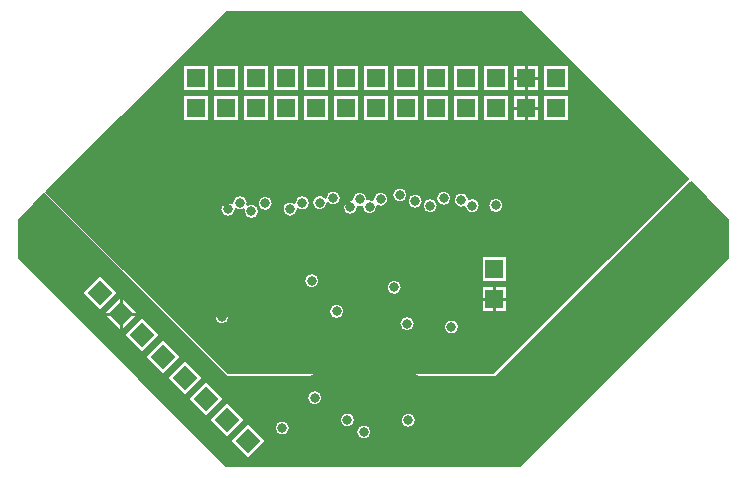
<source format=gbr>
%FSLAX25Y25*%
%MOIN*%
G04 EasyPC Gerber Version 18.0.8 Build 3632 *
%ADD12R,0.06000X0.06000*%
%ADD10C,0.00500*%
%ADD11C,0.01000*%
%AMT13*0 Rectangle Pad at angle 45*21,1,0.06000,0.06000,0,0,45*%
%ADD13T13*%
%ADD14C,0.03200*%
X0Y0D02*
D02*
D10*
X11518Y93341D02*
X2950Y84773D01*
Y72044*
X72185Y2809*
X170215*
X239550Y72144*
Y84873*
X227032Y97391*
X161950Y32309*
X136150*
X134550Y33909*
X102050*
X100450Y32309*
X72550*
X11518Y93341*
X23991Y60457D02*
X30001Y66468D01*
X36011Y60457*
X30001Y54447*
X23991Y60457*
X31062Y53386D02*
X37072Y59396D01*
X43083Y53386*
X37072Y47376*
X31062Y53386*
X38133Y46315D02*
X44143Y52326D01*
X50154Y46315*
X44143Y40305*
X38133Y46315*
X45204Y39244D02*
X51215Y45254D01*
X57225Y39244*
X51215Y33234*
X45204Y39244*
X52275Y32173D02*
X58285Y38183D01*
X64296Y32173*
X58285Y26163*
X52275Y32173*
X59346Y25102D02*
X65357Y31112D01*
X71367Y25102*
X65357Y19092*
X59346Y25102*
X66417Y18031D02*
X72428Y24041D01*
X78438Y18031*
X72428Y12021*
X66417Y18031*
X73489Y10960D02*
X79499Y16970D01*
X85509Y10960*
X79499Y4950*
X73489Y10960*
X93400Y15409D02*
G75*
G02X88300I-2550D01*
G01*
G75*
G02X93400I2550*
G01*
X104200Y25509D02*
G75*
G02X99100I-2550D01*
G01*
G75*
G02X104200I2550*
G01*
X115100Y18109D02*
G75*
G02X110000I-2550D01*
G01*
G75*
G02X115100I2550*
G01*
X120600Y14109D02*
G75*
G02X115500I-2550D01*
G01*
G75*
G02X120600I2550*
G01*
X135400Y18009D02*
G75*
G02X130300I-2550D01*
G01*
G75*
G02X135400I2550*
G01*
X14537Y60457D02*
G36*
X21608Y53386D01*
X31062*
X37072Y59396*
X43083Y53386*
X51472*
X44401Y60457*
X36011*
X30001Y54447*
X23991Y60457*
X14537*
G37*
X23991D02*
G36*
X30001Y66468D01*
X36011Y60457*
X44401*
X11518Y93341*
X2950Y84773*
Y72044*
X14537Y60457*
X23991*
G37*
X21608Y53386D02*
G36*
X28679Y46315D01*
X38133*
X44143Y52326*
X50154Y46315*
X58543*
X51472Y53386*
X43083*
X37072Y47376*
X31062Y53386*
X21608*
G37*
X28679Y46315D02*
G36*
X35750Y39244D01*
X45204*
X51215Y45254*
X57225Y39244*
X65615*
X58543Y46315*
X50154*
X44143Y40305*
X38133Y46315*
X28679*
G37*
X35750Y39244D02*
G36*
X42821Y32173D01*
X52275*
X58285Y38183*
X64296Y32173*
X199579*
X239550Y72144*
Y84873*
X227032Y97391*
X161950Y32309*
X136150*
X134550Y33909*
X102050*
X100450Y32309*
X72550*
X65615Y39244*
X57225*
X51215Y33234*
X45204Y39244*
X35750*
G37*
X42821Y32173D02*
G36*
X49892Y25102D01*
X59346*
X65357Y31112*
X71367Y25102*
X99133*
G75*
G02X99100Y25509I2517J407*
G01*
G75*
G02X104200I2550*
G01*
G75*
G02X104167Y25102I-2550J0*
G01*
X192508*
X199579Y32173*
X64296*
X58285Y26163*
X52275Y32173*
X42821*
G37*
X49892Y25102D02*
G36*
X56963Y18031D01*
X66417*
X72428Y24041*
X78438Y18031*
X110001*
G75*
G02X110000Y18109I2549J78*
G01*
G75*
G02X115100I2550*
G01*
G75*
G02X115099Y18031I-2551*
G01*
X130300*
G75*
G02X135400I2550J-22*
G01*
X185437*
X192508Y25102*
X104167*
G75*
G02X99133I-2517J407*
G01*
X71367*
X65357Y19092*
X59346Y25102*
X49892*
G37*
X56963Y18031D02*
G36*
X59585Y15409D01*
X69040*
X66417Y18031*
X56963*
G37*
X78438Y18031D02*
G36*
X75815Y15409D01*
X77937*
X79499Y16970*
X81060Y15409*
X88300*
G75*
G02X93400I2550*
G01*
X115856*
G75*
G02X120244I2194J-1300*
G01*
X182815*
X185437Y18031*
X135400*
G75*
G02Y18009I-2551J-11*
G01*
G75*
G02X130300I-2550*
G01*
G75*
G02Y18031I2546J11*
G01*
X115099*
G75*
G02X110001I-2549J78*
G01*
X78438*
G37*
X64034Y10960D02*
G36*
X72185Y2809D01*
X170215*
X178366Y10960*
X85509*
X79499Y4950*
X73489Y10960*
X64034*
G37*
X73489D02*
G36*
X77937Y15409D01*
X75815*
X72428Y12021*
X69040Y15409*
X59585*
X64034Y10960*
X73489*
G37*
X178366D02*
G36*
X182815Y15409D01*
X120244*
G75*
G02X120600Y14109I-2194J-1300*
G01*
G75*
G02X115500I-2550*
G01*
G75*
G02X115856Y15409I2550*
G01*
X93400*
G75*
G02X88300I-2550*
G01*
X81060*
X85509Y10960*
X178366*
G37*
X12268Y94091D02*
X72650Y33709D01*
X161250*
X225982Y98441*
X170315Y154109*
X72285*
X12268Y94091*
X66398Y126358D02*
Y117858D01*
X57898*
Y126358*
X66398*
Y136358D02*
Y127858D01*
X57898*
Y136358*
X66398*
X73300Y52509D02*
G75*
G02X68200I-2550D01*
G01*
G75*
G02X73300I2550*
G01*
X74202Y90405D02*
G75*
G02X74200Y90509I2550J100D01*
G01*
G75*
G02X79300I2550*
G01*
G75*
G02X79189Y89765I-2550J0*
G01*
G75*
G02X83100Y87609I1361J-2157*
G01*
G75*
G02X78000I-2550*
G01*
G75*
G02X78111Y88352I2549J0*
G01*
G75*
G02X75298Y88413I-1361J2156*
G01*
G75*
G02X75300Y88309I-2550J-100*
G01*
G75*
G02X70200I-2550*
G01*
G75*
G02X74202Y90405I2550*
G01*
X76398Y126358D02*
Y117858D01*
X67898*
Y126358*
X76398*
Y136358D02*
Y127858D01*
X67898*
Y136358*
X76398*
X86398Y126358D02*
Y117858D01*
X77898*
Y126358*
X86398*
Y136358D02*
Y127858D01*
X77898*
Y136358*
X86398*
X87700Y90309D02*
G75*
G02X82600I-2550D01*
G01*
G75*
G02X87700I2550*
G01*
X95001Y90433D02*
G75*
G02X95000Y90509I2547J78D01*
G01*
G75*
G02X100100I2550*
G01*
G75*
G02X95999Y88485I-2550*
G01*
G75*
G02X96000Y88409I-2548J-78*
G01*
G75*
G02X90900I-2550*
G01*
G75*
G02X95001Y90433I2550*
G01*
X96398Y126358D02*
Y117858D01*
X87898*
Y126358*
X96398*
Y136358D02*
Y127858D01*
X87898*
Y136358*
X96398*
X103200Y64509D02*
G75*
G02X98100I-2550D01*
G01*
G75*
G02X103200I2550*
G01*
X105300Y92152D02*
G75*
G02X110400Y92109I2550J-43D01*
G01*
G75*
G02X105900Y90466I-2550*
G01*
G75*
G02X100800Y90509I-2550J43*
G01*
G75*
G02X105300Y92152I2550*
G01*
X106398Y126358D02*
Y117858D01*
X97898*
Y126358*
X106398*
Y136358D02*
Y127858D01*
X97898*
Y136358*
X106398*
X111537Y54309D02*
G75*
G02X106437I-2550D01*
G01*
G75*
G02X111537I2550*
G01*
X114109Y91497D02*
G75*
G02X114100Y91709I2539J210D01*
G01*
G75*
G02X119200I2550*
G01*
G75*
G02X119199Y91646I-2549J0*
G01*
G75*
G02X121110Y91480I751J-2437*
G01*
G75*
G02X121100Y91709I2538J228*
G01*
G75*
G02X126200I2550*
G01*
G75*
G02X122490Y89438I-2550*
G01*
G75*
G02X122500Y89209I-2538J-228*
G01*
G75*
G02X117400I-2550*
G01*
G75*
G02X117401Y89272I2547J0*
G01*
G75*
G02X116091Y89220I-751J2437*
G01*
G75*
G02X116100Y89009I-2539J-210*
G01*
G75*
G02X111000I-2550*
G01*
G75*
G02X114109Y91497I2550*
G01*
X116398Y126358D02*
Y117858D01*
X107898*
Y126358*
X116398*
Y136358D02*
Y127858D01*
X107898*
Y136358*
X116398*
X126398Y126358D02*
Y117858D01*
X117898*
Y126358*
X126398*
Y136358D02*
Y127858D01*
X117898*
Y136358*
X126398*
X130700Y62309D02*
G75*
G02X125600I-2550D01*
G01*
G75*
G02X130700I2550*
G01*
X132600Y93109D02*
G75*
G02X127500I-2550D01*
G01*
G75*
G02X132600I2550*
G01*
X135000Y50209D02*
G75*
G02X129900I-2550D01*
G01*
G75*
G02X135000I2550*
G01*
X136398Y126358D02*
Y117858D01*
X127898*
Y126358*
X136398*
Y136358D02*
Y127858D01*
X127898*
Y136358*
X136398*
X137700Y91009D02*
G75*
G02X132600I-2550D01*
G01*
G75*
G02X137700I2550*
G01*
X142700Y89509D02*
G75*
G02X137600I-2550D01*
G01*
G75*
G02X142700I2550*
G01*
X144700Y49109D02*
G75*
G02X149800I2550D01*
G01*
G75*
G02X144700I-2550*
G01*
X146398Y126358D02*
Y117858D01*
X137898*
Y126358*
X146398*
Y136358D02*
Y127858D01*
X137898*
Y136358*
X146398*
X147200Y92009D02*
G75*
G02X142100I-2550D01*
G01*
G75*
G02X147200I2550*
G01*
X151633Y89100D02*
G75*
G02X148000Y91409I-1083J2309D01*
G01*
G75*
G02X153067Y91817I2550*
G01*
G75*
G02X156700Y89509I1083J-2309*
G01*
G75*
G02X151633Y89100I-2550*
G01*
X156398Y126358D02*
Y117858D01*
X147898*
Y126358*
X156398*
Y136358D02*
Y127858D01*
X147898*
Y136358*
X156398*
X164600Y89609D02*
G75*
G02X159500I-2550D01*
G01*
G75*
G02X164600I2550*
G01*
X165800Y54260D02*
X157300D01*
Y62760*
X165800*
Y54260*
Y64260D02*
X157300D01*
Y72760*
X165800*
Y64260*
X166398Y126358D02*
Y117858D01*
X157898*
Y126358*
X166398*
Y136358D02*
Y127858D01*
X157898*
Y136358*
X166398*
X176398Y126358D02*
Y117858D01*
X167898*
Y126358*
X176398*
Y136358D02*
Y127858D01*
X167898*
Y136358*
X176398*
X186398Y126358D02*
Y117858D01*
X177898*
Y126358*
X186398*
Y136358D02*
Y127858D01*
X177898*
Y136358*
X186398*
X40285Y122108D02*
G36*
X12268Y94091D01*
X13250Y93109*
X105504*
G75*
G02X110196I2346J-1000*
G01*
X114519*
G75*
G02X119199Y91709I2131J-1400*
G01*
G75*
G02Y91646I-2549J-31*
G01*
G75*
G02X121110Y91480I751J-2437*
G01*
G75*
G02X121100Y91709I2538J228*
G01*
G75*
G02X125781Y93109I2550*
G01*
X127500*
G75*
G02X132600I2550*
G01*
X133704*
G75*
G02X136596I1446J-2100*
G01*
X142350*
G75*
G02X146950I2300J-1100*
G01*
X148649*
G75*
G02X152451I1901J-1700*
G01*
X220650*
X225982Y98441*
X202315Y122108*
X186398*
Y117858*
X177898*
Y122108*
X176398*
Y117858*
X167898*
Y122108*
X166398*
Y117858*
X157898*
Y122108*
X156398*
Y117858*
X147898*
Y122108*
X146398*
Y117858*
X137898*
Y122108*
X136398*
Y117858*
X127898*
Y122108*
X126398*
Y117858*
X117898*
Y122108*
X116398*
Y117858*
X107898*
Y122108*
X106398*
Y117858*
X97898*
Y122108*
X96398*
Y117858*
X87898*
Y122108*
X86398*
Y117858*
X77898*
Y122108*
X76398*
Y117858*
X67898*
Y122108*
X66398*
Y117858*
X57898*
Y122108*
X40285*
G37*
X57898D02*
G36*
Y126358D01*
X66398*
Y122108*
X67898*
Y126358*
X76398*
Y122108*
X77898*
Y126358*
X86398*
Y122108*
X87898*
Y126358*
X96398*
Y122108*
X97898*
Y126358*
X106398*
Y122108*
X107898*
Y126358*
X116398*
Y122108*
X117898*
Y126358*
X126398*
Y122108*
X127898*
Y126358*
X136398*
Y122108*
X137898*
Y126358*
X146398*
Y122108*
X147898*
Y126358*
X156398*
Y122108*
X157898*
Y126358*
X166398*
Y122108*
X167898*
Y126358*
X176398*
Y122108*
X177898*
Y126358*
X186398*
Y122108*
X202315*
X192315Y132108*
X186398*
Y127858*
X177898*
Y132108*
X176398*
Y127858*
X167898*
Y132108*
X166398*
Y127858*
X157898*
Y132108*
X156398*
Y127858*
X147898*
Y132108*
X146398*
Y127858*
X137898*
Y132108*
X136398*
Y127858*
X127898*
Y132108*
X126398*
Y127858*
X117898*
Y132108*
X116398*
Y127858*
X107898*
Y132108*
X106398*
Y127858*
X97898*
Y132108*
X96398*
Y127858*
X87898*
Y132108*
X86398*
Y127858*
X77898*
Y132108*
X76398*
Y127858*
X67898*
Y132108*
X66398*
Y127858*
X57898*
Y132108*
X50285*
X40285Y122108*
X57898*
G37*
Y132108D02*
G36*
Y136358D01*
X66398*
Y132108*
X67898*
Y136358*
X76398*
Y132108*
X77898*
Y136358*
X86398*
Y132108*
X87898*
Y136358*
X96398*
Y132108*
X97898*
Y136358*
X106398*
Y132108*
X107898*
Y136358*
X116398*
Y132108*
X117898*
Y136358*
X126398*
Y132108*
X127898*
Y136358*
X136398*
Y132108*
X137898*
Y136358*
X146398*
Y132108*
X147898*
Y136358*
X156398*
Y132108*
X157898*
Y136358*
X166398*
Y132108*
X167898*
Y136358*
X176398*
Y132108*
X177898*
Y136358*
X186398*
Y132108*
X192315*
X170315Y154109*
X72285*
X50285Y132108*
X57898*
G37*
X53850Y52509D02*
G36*
X57250Y49109D01*
X130150*
G75*
G02X129900Y50209I2300J1100*
G01*
G75*
G02X131349Y52509I2550*
G01*
X110793*
G75*
G02X107180I-1806J1800*
G01*
X73300*
G75*
G02X68200I-2550*
G01*
X53850*
G37*
X68200D02*
G36*
G75*
G02X73300I2550D01*
G01*
X107180*
G75*
G02X106437Y54309I1806J1800*
G01*
G75*
G02X111537I2550*
G01*
G75*
G02X110793Y52509I-2550*
G01*
X131349*
G75*
G02X133551I1101J-2300*
G01*
X180050*
X186051Y58510*
X165800*
Y54260*
X157300*
Y58510*
X47849*
X53850Y52509*
X68200*
G37*
X133551D02*
G36*
G75*
G02X135000Y50209I-1101J-2300D01*
G01*
G75*
G02X134750Y49109I-2550J0*
G01*
X144700*
G75*
G02X149800I2550*
G01*
X176650*
X180050Y52509*
X133551*
G37*
X17300Y89059D02*
G36*
X41850Y64509D01*
X98100*
G75*
G02X103200I2550*
G01*
X126861*
G75*
G02X129439I1289J-2200*
G01*
X157300*
Y72760*
X165800*
Y64509*
X192050*
X216600Y89059*
X164540*
G75*
G02X159560I-2490J550*
G01*
X156660*
G75*
G02X151633Y89100I-2510J450*
G01*
G75*
G02X149560Y89059I-1083J2309*
G01*
X142660*
G75*
G02X137640I-2510J450*
G01*
X136793*
G75*
G02X133507I-1643J1950*
G01*
X122496*
G75*
G02X117401Y89209I-2545J150*
G01*
G75*
G02Y89272I2547J31*
G01*
G75*
G02X116091Y89220I-751J2437*
G01*
G75*
G02X116100Y89009I-2539J-210*
G01*
G75*
G02X111000I-2550*
G01*
G75*
G02Y89059I2549J25*
G01*
X105448*
G75*
G02X101252I-2098J1450*
G01*
X99648*
G75*
G02X95999Y88485I-2098J1450*
G01*
G75*
G02X96000Y88409I-2548J-78*
G01*
G75*
G02X90900I-2550*
G01*
G75*
G02X90984Y89059I2550*
G01*
X87372*
G75*
G02X82928I-2222J1250*
G01*
X82648*
G75*
G02X83100Y87609I-2098J-1450*
G01*
G75*
G02X78000I-2550*
G01*
G75*
G02X78111Y88352I2549J0*
G01*
G75*
G02X75298Y88413I-1361J2156*
G01*
G75*
G02X75300Y88309I-2550J-100*
G01*
G75*
G02X70200I-2550*
G01*
G75*
G02X70313Y89059I2550J-1*
G01*
X17300*
G37*
X70313D02*
G36*
G75*
G02X74202Y90405I2437J-750D01*
G01*
G75*
G02X74200Y90509I2550J100*
G01*
G75*
G02X79300I2550*
G01*
G75*
G02X79189Y89765I-2550J0*
G01*
G75*
G02X82648Y89059I1361J-2157*
G01*
X82928*
G75*
G02X82600Y90309I2222J1250*
G01*
G75*
G02X87700I2550*
G01*
G75*
G02X87372Y89059I-2550J0*
G01*
X90984*
G75*
G02X95001Y90433I2466J-650*
G01*
G75*
G02X95000Y90509I2547J78*
G01*
G75*
G02X100100I2550*
G01*
G75*
G02X99648Y89059I-2550*
G01*
X101252*
G75*
G02X100800Y90509I2098J1450*
G01*
G75*
G02X105300Y92152I2550*
G01*
G75*
G02X105504Y93109I2550J-43*
G01*
X13250*
X17300Y89059*
X70313*
G37*
X111000D02*
G36*
G75*
G02X114109Y91497I2550J-50D01*
G01*
G75*
G02X114100Y91709I2539J210*
G01*
G75*
G02X114519Y93109I2550J0*
G01*
X110196*
G75*
G02X110400Y92109I-2346J-1000*
G01*
G75*
G02X105900Y90466I-2550*
G01*
G75*
G02X105448Y89059I-2550J43*
G01*
X111000*
G37*
X133507D02*
G36*
G75*
G02X132600Y91009I1643J1950D01*
G01*
G75*
G02X133704Y93109I2550*
G01*
X132600*
G75*
G02X127500I-2550*
G01*
X125781*
G75*
G02X126200Y91709I-2131J-1400*
G01*
G75*
G02X122490Y89438I-2550*
G01*
G75*
G02X122500Y89209I-2538J-228*
G01*
G75*
G02X122496Y89059I-2550J-2*
G01*
X133507*
G37*
X137640D02*
G36*
G75*
G02X137600Y89509I2510J451D01*
G01*
G75*
G02X142700I2550*
G01*
G75*
G02X142660Y89059I-2550J1*
G01*
X149560*
G75*
G02X148000Y91409I990J2350*
G01*
G75*
G02X148649Y93109I2550*
G01*
X146950*
G75*
G02X147200Y92009I-2300J-1100*
G01*
G75*
G02X142100I-2550*
G01*
G75*
G02X142350Y93109I2550J0*
G01*
X136596*
G75*
G02X137700Y91009I-1446J-2100*
G01*
G75*
G02X136793Y89059I-2550*
G01*
X137640*
G37*
X159560D02*
G36*
G75*
G02X159500Y89609I2490J549D01*
G01*
G75*
G02X164600I2550*
G01*
G75*
G02X164540Y89059I-2550J-1*
G01*
X216600*
X220650Y93109*
X152451*
G75*
G02X153067Y91817I-1901J-1700*
G01*
G75*
G02X156700Y89509I1083J-2309*
G01*
G75*
G02X156660Y89059I-2550J1*
G01*
X159560*
G37*
X41850Y64509D02*
G36*
X47849Y58510D01*
X157300*
Y62760*
X165800*
Y58510*
X186051*
X192050Y64509*
X165800*
Y64260*
X157300*
Y64509*
X129439*
G75*
G02X130700Y62309I-1289J-2200*
G01*
G75*
G02X125600I-2550*
G01*
G75*
G02X126861Y64509I2550*
G01*
X103200*
G75*
G02X98100I-2550*
G01*
X41850*
G37*
X57250Y49109D02*
G36*
X72650Y33709D01*
X161250*
X176650Y49109*
X149800*
G75*
G02X144700I-2550*
G01*
X134750*
G75*
G02X130150I-2300J1100*
G01*
X57250*
G37*
D02*
D11*
X33330Y53386D02*
X30709D01*
X37072Y49644D02*
Y47022D01*
Y57129D02*
Y59750D01*
X40815Y53386D02*
X43436D01*
X68250Y99909D02*
X66250D01*
X69350Y98809D02*
Y96809D01*
Y101009D02*
Y103009D01*
X70450Y99909D02*
X72450D01*
X89550Y27209D02*
X87550D01*
X90650Y26109D02*
Y24109D01*
Y28309D02*
Y30309D01*
X91750Y27209D02*
X93750D01*
X99950Y42509D02*
X97950D01*
X101050Y41409D02*
Y39409D01*
Y43609D02*
Y45609D01*
X102150Y42509D02*
X104150D01*
X118550Y25309D02*
X116550D01*
X119650Y24209D02*
Y22209D01*
Y26409D02*
Y28409D01*
X120750Y25309D02*
X122750D01*
X123750Y52409D02*
X121750D01*
X124850Y51309D02*
Y49309D01*
Y53509D02*
Y55509D01*
X125950Y52409D02*
X127950D01*
X133450Y71509D02*
X131450D01*
X134550Y70409D02*
Y68409D01*
Y72609D02*
Y74609D01*
X135650Y71509D02*
X137650D01*
X149250Y26109D02*
X147250D01*
X150350Y25009D02*
Y23009D01*
Y27209D02*
Y29209D01*
X151450Y26109D02*
X153450D01*
X159050Y58509D02*
X157050D01*
X161550Y56009D02*
Y54009D01*
Y61009D02*
Y63009D01*
X164050Y58509D02*
X166050D01*
X166350Y98909D02*
X164350D01*
X167450Y97809D02*
Y95809D01*
Y100009D02*
Y102009D01*
X168550Y98909D02*
X170550D01*
X169650Y122109D02*
X167650D01*
X169650Y132109D02*
X167650D01*
X172150Y119609D02*
Y117609D01*
Y124609D02*
Y126609D01*
Y129609D02*
Y127609D01*
Y134609D02*
Y136609D01*
X174650Y122109D02*
X176650D01*
X174650Y132109D02*
X176650D01*
D02*
D12*
X62150Y122109D03*
Y132109D03*
X72150Y122109D03*
Y132109D03*
X82150Y122109D03*
Y132109D03*
X92150Y122109D03*
Y132109D03*
X102150Y122109D03*
Y132109D03*
X112150Y122109D03*
Y132109D03*
X122150Y122109D03*
Y132109D03*
X132150Y122109D03*
Y132109D03*
X142150Y122109D03*
Y132109D03*
X152150Y122109D03*
Y132109D03*
X161550Y58509D03*
Y68509D03*
X162150Y122109D03*
Y132109D03*
X172150Y122109D03*
Y132109D03*
X182150Y122109D03*
Y132109D03*
D02*
D13*
X30001Y60457D03*
X37072Y53386D03*
X44143Y46315D03*
X51215Y39244D03*
X58285Y32173D03*
X65357Y25102D03*
X72428Y18031D03*
X79499Y10960D03*
D02*
D14*
X69350Y99909D03*
X70750Y52509D03*
X72750Y88309D03*
X76750Y90509D03*
X80550Y87609D03*
X85150Y90309D03*
X90650Y27209D03*
X90850Y15409D03*
X93450Y88409D03*
X97550Y90509D03*
X100650Y64509D03*
X101050Y42509D03*
X101650Y25509D03*
X103350Y90509D03*
X107850Y92109D03*
X108987Y54309D03*
X112550Y18109D03*
X113550Y89009D03*
X116650Y91709D03*
X118050Y14109D03*
X119650Y25309D03*
X119950Y89209D03*
X123650Y91709D03*
X124850Y52409D03*
X128150Y62309D03*
X130050Y93109D03*
X132450Y50209D03*
X132850Y18009D03*
X134550Y71509D03*
X135150Y91009D03*
X140150Y89509D03*
X144650Y92009D03*
X147250Y49109D03*
X150350Y26109D03*
X150550Y91409D03*
X154150Y89509D03*
X162050Y89609D03*
X167450Y98909D03*
X0Y0D02*
M02*

</source>
